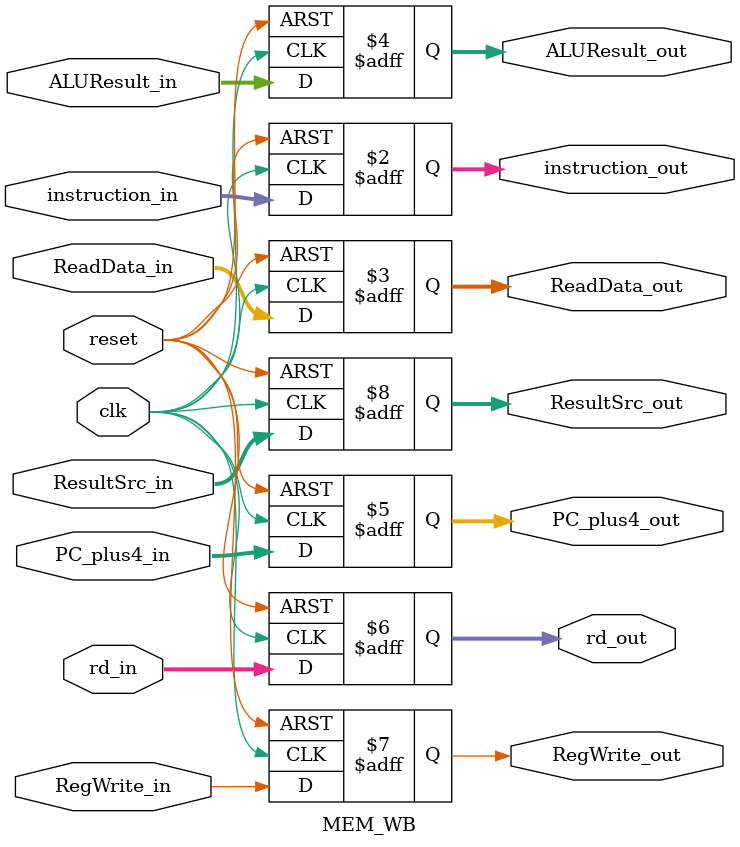
<source format=v>
module MEM_WB (
    input clk,
    input reset,

    input [31:0] ReadData_in,
    input [31:0] ALUResult_in,
    input [31:0] PC_plus4_in,
    input [4:0] rd_in,
    input RegWrite_in,
    input [1:0] ResultSrc_in,
    input [31:0] instruction_in,

    output reg [31:0] instruction_out,
    output reg [31:0] ReadData_out,
    output reg [31:0] ALUResult_out,
    output reg [31:0] PC_plus4_out,
    output reg [4:0] rd_out,
    output reg RegWrite_out,
    output reg [1:0] ResultSrc_out
);

    always @(posedge clk or posedge reset) begin
        if (reset) begin
            instruction_out <= 0;
            ReadData_out <= 0;
            ALUResult_out <= 0;
            PC_plus4_out <= 0;
            rd_out <= 0;
            RegWrite_out <= 0;
            ResultSrc_out <= 0;
        end else begin
            instruction_out <= instruction_in;
            ReadData_out <= ReadData_in;
            ALUResult_out <= ALUResult_in;
            PC_plus4_out <= PC_plus4_in;
            rd_out <= rd_in;
            RegWrite_out <= RegWrite_in;
            ResultSrc_out <= ResultSrc_in;
        end
    end

endmodule

</source>
